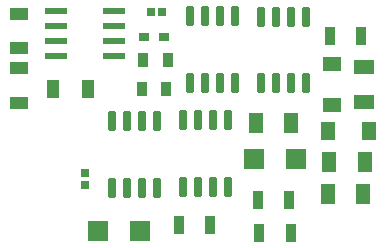
<source format=gtp>
G04*
G04 #@! TF.GenerationSoftware,Altium Limited,Altium Designer,25.3.3 (18)*
G04*
G04 Layer_Color=8421504*
%FSLAX44Y44*%
%MOMM*%
G71*
G04*
G04 #@! TF.SameCoordinates,5CFDE4A5-D111-4E67-9A72-851D34BF8442*
G04*
G04*
G04 #@! TF.FilePolarity,Positive*
G04*
G01*
G75*
%ADD17R,0.7200X0.7200*%
%ADD18R,0.7200X0.7200*%
%ADD19R,1.7000X1.6800*%
G04:AMPARAMS|DCode=20|XSize=0.65mm|YSize=1.65mm|CornerRadius=0.0488mm|HoleSize=0mm|Usage=FLASHONLY|Rotation=180.000|XOffset=0mm|YOffset=0mm|HoleType=Round|Shape=RoundedRectangle|*
%AMROUNDEDRECTD20*
21,1,0.6500,1.5525,0,0,180.0*
21,1,0.5525,1.6500,0,0,180.0*
1,1,0.0975,-0.2763,0.7763*
1,1,0.0975,0.2763,0.7763*
1,1,0.0975,0.2763,-0.7763*
1,1,0.0975,-0.2763,-0.7763*
%
%ADD20ROUNDEDRECTD20*%
%ADD21R,0.8581X1.5621*%
%ADD22R,1.1500X1.8000*%
%ADD23R,1.2500X1.5000*%
%ADD24R,1.8000X1.1500*%
%ADD25R,1.5000X1.2500*%
%ADD26R,0.9000X1.2000*%
%ADD27R,1.0500X1.6000*%
%ADD28R,1.6000X1.0500*%
%ADD29R,1.9800X0.5300*%
%ADD30R,0.9000X0.8000*%
D17*
X822929Y571500D02*
D03*
X832929D02*
D03*
D18*
X767430Y425743D02*
D03*
Y435743D02*
D03*
D19*
X814190Y386080D02*
D03*
X778390D02*
D03*
X946200Y446938D02*
D03*
X910400D02*
D03*
D20*
X790220Y422611D02*
D03*
X802920D02*
D03*
X815620D02*
D03*
X828320D02*
D03*
X790220Y479111D02*
D03*
X802920D02*
D03*
X815620D02*
D03*
X828320D02*
D03*
X888660Y480543D02*
D03*
X875960D02*
D03*
X863260D02*
D03*
X850560D02*
D03*
X888660Y424043D02*
D03*
X875960D02*
D03*
X863260D02*
D03*
X850560D02*
D03*
X954750Y567997D02*
D03*
X942050D02*
D03*
X929350D02*
D03*
X916650D02*
D03*
X954750Y511497D02*
D03*
X942050D02*
D03*
X929350D02*
D03*
X916650D02*
D03*
X894410Y568072D02*
D03*
X881710D02*
D03*
X869010D02*
D03*
X856310D02*
D03*
X894410Y511572D02*
D03*
X881710D02*
D03*
X869010D02*
D03*
X856310D02*
D03*
D21*
X846879Y391160D02*
D03*
X873419D02*
D03*
X940370Y412750D02*
D03*
X913830D02*
D03*
X915100Y384810D02*
D03*
X941640D02*
D03*
X974790Y551180D02*
D03*
X1001330D02*
D03*
D22*
X1004090Y444500D02*
D03*
X974090D02*
D03*
X1002953Y417559D02*
D03*
X972953D02*
D03*
X912100Y477520D02*
D03*
X942100D02*
D03*
D23*
X1007850Y471170D02*
D03*
X973350Y471170D02*
D03*
D24*
X1003300Y495540D02*
D03*
Y525540D02*
D03*
D25*
X976630Y493290D02*
D03*
X976630Y527790D02*
D03*
D26*
X837270Y530860D02*
D03*
X816270D02*
D03*
X815350Y506730D02*
D03*
X836350D02*
D03*
D27*
X769620D02*
D03*
X740120D02*
D03*
D28*
X711200Y524020D02*
D03*
Y494520D02*
D03*
Y570520D02*
D03*
Y541020D02*
D03*
D29*
X742840Y572733D02*
D03*
Y560033D02*
D03*
Y547333D02*
D03*
Y534633D02*
D03*
X792140D02*
D03*
Y547333D02*
D03*
Y560033D02*
D03*
Y572733D02*
D03*
D30*
X817208Y550887D02*
D03*
X834208D02*
D03*
M02*

</source>
